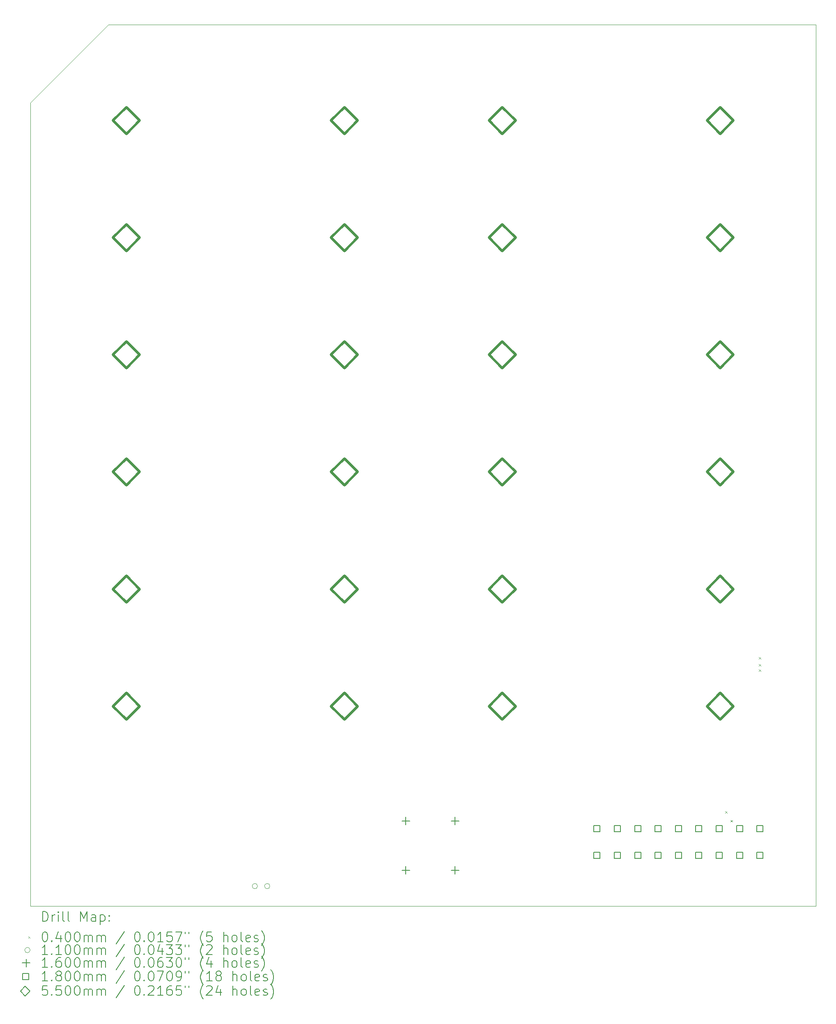
<source format=gbr>
%TF.GenerationSoftware,KiCad,Pcbnew,(6.0.8-1)-1*%
%TF.CreationDate,2022-12-30T12:12:35-08:00*%
%TF.ProjectId,URBAN_CELL_BOARD,55524241-4e5f-4434-954c-4c5f424f4152,rev?*%
%TF.SameCoordinates,Original*%
%TF.FileFunction,Drillmap*%
%TF.FilePolarity,Positive*%
%FSLAX45Y45*%
G04 Gerber Fmt 4.5, Leading zero omitted, Abs format (unit mm)*
G04 Created by KiCad (PCBNEW (6.0.8-1)-1) date 2022-12-30 12:12:35*
%MOMM*%
%LPD*%
G01*
G04 APERTURE LIST*
%ADD10C,0.100000*%
%ADD11C,0.200000*%
%ADD12C,0.040000*%
%ADD13C,0.110000*%
%ADD14C,0.160000*%
%ADD15C,0.180000*%
%ADD16C,0.550000*%
G04 APERTURE END LIST*
D10*
X8387900Y-28158400D02*
X8387900Y-11612100D01*
X10000000Y-10000000D02*
X24587900Y-10000000D01*
X8387900Y-11612100D02*
X10000000Y-10000000D01*
X24587900Y-28158400D02*
X8387900Y-28158400D01*
X24587900Y-10000000D02*
X24587900Y-28158400D01*
D11*
D12*
X22713000Y-26205500D02*
X22753000Y-26245500D01*
X22753000Y-26205500D02*
X22713000Y-26245500D01*
X22828058Y-26388235D02*
X22868058Y-26428235D01*
X22868058Y-26388235D02*
X22828058Y-26428235D01*
X23409550Y-23030500D02*
X23449550Y-23070500D01*
X23449550Y-23030500D02*
X23409550Y-23070500D01*
X23409550Y-23173584D02*
X23449550Y-23213584D01*
X23449550Y-23173584D02*
X23409550Y-23213584D01*
X23409550Y-23284500D02*
X23449550Y-23324500D01*
X23449550Y-23284500D02*
X23409550Y-23324500D01*
D13*
X13072500Y-27749500D02*
G75*
G03*
X13072500Y-27749500I-55000J0D01*
G01*
X13326500Y-27749500D02*
G75*
G03*
X13326500Y-27749500I-55000J0D01*
G01*
D14*
X16129000Y-26325750D02*
X16129000Y-26485750D01*
X16049000Y-26405750D02*
X16209000Y-26405750D01*
X16129000Y-27341750D02*
X16129000Y-27501750D01*
X16049000Y-27421750D02*
X16209000Y-27421750D01*
X17145000Y-26325750D02*
X17145000Y-26485750D01*
X17065000Y-26405750D02*
X17225000Y-26405750D01*
X17145000Y-27341750D02*
X17145000Y-27501750D01*
X17065000Y-27421750D02*
X17225000Y-27421750D01*
D15*
X20135140Y-26628140D02*
X20135140Y-26500860D01*
X20007860Y-26500860D01*
X20007860Y-26628140D01*
X20135140Y-26628140D01*
X20135140Y-27178140D02*
X20135140Y-27050860D01*
X20007860Y-27050860D01*
X20007860Y-27178140D01*
X20135140Y-27178140D01*
X20555140Y-26628140D02*
X20555140Y-26500860D01*
X20427860Y-26500860D01*
X20427860Y-26628140D01*
X20555140Y-26628140D01*
X20555140Y-27178140D02*
X20555140Y-27050860D01*
X20427860Y-27050860D01*
X20427860Y-27178140D01*
X20555140Y-27178140D01*
X20975140Y-26628140D02*
X20975140Y-26500860D01*
X20847860Y-26500860D01*
X20847860Y-26628140D01*
X20975140Y-26628140D01*
X20975140Y-27178140D02*
X20975140Y-27050860D01*
X20847860Y-27050860D01*
X20847860Y-27178140D01*
X20975140Y-27178140D01*
X21395140Y-26628140D02*
X21395140Y-26500860D01*
X21267860Y-26500860D01*
X21267860Y-26628140D01*
X21395140Y-26628140D01*
X21395140Y-27178140D02*
X21395140Y-27050860D01*
X21267860Y-27050860D01*
X21267860Y-27178140D01*
X21395140Y-27178140D01*
X21815140Y-26628140D02*
X21815140Y-26500860D01*
X21687860Y-26500860D01*
X21687860Y-26628140D01*
X21815140Y-26628140D01*
X21815140Y-27178140D02*
X21815140Y-27050860D01*
X21687860Y-27050860D01*
X21687860Y-27178140D01*
X21815140Y-27178140D01*
X22235140Y-26628140D02*
X22235140Y-26500860D01*
X22107860Y-26500860D01*
X22107860Y-26628140D01*
X22235140Y-26628140D01*
X22235140Y-27178140D02*
X22235140Y-27050860D01*
X22107860Y-27050860D01*
X22107860Y-27178140D01*
X22235140Y-27178140D01*
X22655140Y-26628140D02*
X22655140Y-26500860D01*
X22527860Y-26500860D01*
X22527860Y-26628140D01*
X22655140Y-26628140D01*
X22655140Y-27178140D02*
X22655140Y-27050860D01*
X22527860Y-27050860D01*
X22527860Y-27178140D01*
X22655140Y-27178140D01*
X23075140Y-26628140D02*
X23075140Y-26500860D01*
X22947860Y-26500860D01*
X22947860Y-26628140D01*
X23075140Y-26628140D01*
X23075140Y-27178140D02*
X23075140Y-27050860D01*
X22947860Y-27050860D01*
X22947860Y-27178140D01*
X23075140Y-27178140D01*
X23495140Y-26628140D02*
X23495140Y-26500860D01*
X23367860Y-26500860D01*
X23367860Y-26628140D01*
X23495140Y-26628140D01*
X23495140Y-27178140D02*
X23495140Y-27050860D01*
X23367860Y-27050860D01*
X23367860Y-27178140D01*
X23495140Y-27178140D01*
D16*
X10368900Y-12250000D02*
X10643900Y-11975000D01*
X10368900Y-11700000D01*
X10093900Y-11975000D01*
X10368900Y-12250000D01*
X10368900Y-14663400D02*
X10643900Y-14388400D01*
X10368900Y-14113400D01*
X10093900Y-14388400D01*
X10368900Y-14663400D01*
X10368900Y-17076800D02*
X10643900Y-16801800D01*
X10368900Y-16526800D01*
X10093900Y-16801800D01*
X10368900Y-17076800D01*
X10368900Y-19490300D02*
X10643900Y-19215300D01*
X10368900Y-18940300D01*
X10093900Y-19215300D01*
X10368900Y-19490300D01*
X10368900Y-21903700D02*
X10643900Y-21628700D01*
X10368900Y-21353700D01*
X10093900Y-21628700D01*
X10368900Y-21903700D01*
X10368900Y-24317100D02*
X10643900Y-24042100D01*
X10368900Y-23767100D01*
X10093900Y-24042100D01*
X10368900Y-24317100D01*
X14862900Y-12250000D02*
X15137900Y-11975000D01*
X14862900Y-11700000D01*
X14587900Y-11975000D01*
X14862900Y-12250000D01*
X14862900Y-14663400D02*
X15137900Y-14388400D01*
X14862900Y-14113400D01*
X14587900Y-14388400D01*
X14862900Y-14663400D01*
X14862900Y-17076800D02*
X15137900Y-16801800D01*
X14862900Y-16526800D01*
X14587900Y-16801800D01*
X14862900Y-17076800D01*
X14862900Y-19490300D02*
X15137900Y-19215300D01*
X14862900Y-18940300D01*
X14587900Y-19215300D01*
X14862900Y-19490300D01*
X14862900Y-21903700D02*
X15137900Y-21628700D01*
X14862900Y-21353700D01*
X14587900Y-21628700D01*
X14862900Y-21903700D01*
X14862900Y-24317100D02*
X15137900Y-24042100D01*
X14862900Y-23767100D01*
X14587900Y-24042100D01*
X14862900Y-24317100D01*
X18118900Y-12250000D02*
X18393900Y-11975000D01*
X18118900Y-11700000D01*
X17843900Y-11975000D01*
X18118900Y-12250000D01*
X18118900Y-14663400D02*
X18393900Y-14388400D01*
X18118900Y-14113400D01*
X17843900Y-14388400D01*
X18118900Y-14663400D01*
X18118900Y-17076800D02*
X18393900Y-16801800D01*
X18118900Y-16526800D01*
X17843900Y-16801800D01*
X18118900Y-17076800D01*
X18118900Y-19490300D02*
X18393900Y-19215300D01*
X18118900Y-18940300D01*
X17843900Y-19215300D01*
X18118900Y-19490300D01*
X18118900Y-21903700D02*
X18393900Y-21628700D01*
X18118900Y-21353700D01*
X17843900Y-21628700D01*
X18118900Y-21903700D01*
X18118900Y-24317100D02*
X18393900Y-24042100D01*
X18118900Y-23767100D01*
X17843900Y-24042100D01*
X18118900Y-24317100D01*
X22612900Y-12250000D02*
X22887900Y-11975000D01*
X22612900Y-11700000D01*
X22337900Y-11975000D01*
X22612900Y-12250000D01*
X22612900Y-14663400D02*
X22887900Y-14388400D01*
X22612900Y-14113400D01*
X22337900Y-14388400D01*
X22612900Y-14663400D01*
X22612900Y-17076800D02*
X22887900Y-16801800D01*
X22612900Y-16526800D01*
X22337900Y-16801800D01*
X22612900Y-17076800D01*
X22612900Y-19490300D02*
X22887900Y-19215300D01*
X22612900Y-18940300D01*
X22337900Y-19215300D01*
X22612900Y-19490300D01*
X22612900Y-21903700D02*
X22887900Y-21628700D01*
X22612900Y-21353700D01*
X22337900Y-21628700D01*
X22612900Y-21903700D01*
X22612900Y-24317100D02*
X22887900Y-24042100D01*
X22612900Y-23767100D01*
X22337900Y-24042100D01*
X22612900Y-24317100D01*
D11*
X8640519Y-28473876D02*
X8640519Y-28273876D01*
X8688138Y-28273876D01*
X8716710Y-28283400D01*
X8735757Y-28302448D01*
X8745281Y-28321495D01*
X8754805Y-28359590D01*
X8754805Y-28388162D01*
X8745281Y-28426257D01*
X8735757Y-28445305D01*
X8716710Y-28464352D01*
X8688138Y-28473876D01*
X8640519Y-28473876D01*
X8840519Y-28473876D02*
X8840519Y-28340543D01*
X8840519Y-28378638D02*
X8850043Y-28359590D01*
X8859567Y-28350067D01*
X8878614Y-28340543D01*
X8897662Y-28340543D01*
X8964329Y-28473876D02*
X8964329Y-28340543D01*
X8964329Y-28273876D02*
X8954805Y-28283400D01*
X8964329Y-28292924D01*
X8973852Y-28283400D01*
X8964329Y-28273876D01*
X8964329Y-28292924D01*
X9088138Y-28473876D02*
X9069090Y-28464352D01*
X9059567Y-28445305D01*
X9059567Y-28273876D01*
X9192900Y-28473876D02*
X9173852Y-28464352D01*
X9164329Y-28445305D01*
X9164329Y-28273876D01*
X9421471Y-28473876D02*
X9421471Y-28273876D01*
X9488138Y-28416733D01*
X9554805Y-28273876D01*
X9554805Y-28473876D01*
X9735757Y-28473876D02*
X9735757Y-28369114D01*
X9726233Y-28350067D01*
X9707186Y-28340543D01*
X9669090Y-28340543D01*
X9650043Y-28350067D01*
X9735757Y-28464352D02*
X9716710Y-28473876D01*
X9669090Y-28473876D01*
X9650043Y-28464352D01*
X9640519Y-28445305D01*
X9640519Y-28426257D01*
X9650043Y-28407209D01*
X9669090Y-28397686D01*
X9716710Y-28397686D01*
X9735757Y-28388162D01*
X9830995Y-28340543D02*
X9830995Y-28540543D01*
X9830995Y-28350067D02*
X9850043Y-28340543D01*
X9888138Y-28340543D01*
X9907186Y-28350067D01*
X9916710Y-28359590D01*
X9926233Y-28378638D01*
X9926233Y-28435781D01*
X9916710Y-28454828D01*
X9907186Y-28464352D01*
X9888138Y-28473876D01*
X9850043Y-28473876D01*
X9830995Y-28464352D01*
X10011948Y-28454828D02*
X10021471Y-28464352D01*
X10011948Y-28473876D01*
X10002424Y-28464352D01*
X10011948Y-28454828D01*
X10011948Y-28473876D01*
X10011948Y-28350067D02*
X10021471Y-28359590D01*
X10011948Y-28369114D01*
X10002424Y-28359590D01*
X10011948Y-28350067D01*
X10011948Y-28369114D01*
D12*
X8342900Y-28783400D02*
X8382900Y-28823400D01*
X8382900Y-28783400D02*
X8342900Y-28823400D01*
D11*
X8678614Y-28693876D02*
X8697662Y-28693876D01*
X8716710Y-28703400D01*
X8726233Y-28712924D01*
X8735757Y-28731971D01*
X8745281Y-28770067D01*
X8745281Y-28817686D01*
X8735757Y-28855781D01*
X8726233Y-28874828D01*
X8716710Y-28884352D01*
X8697662Y-28893876D01*
X8678614Y-28893876D01*
X8659567Y-28884352D01*
X8650043Y-28874828D01*
X8640519Y-28855781D01*
X8630995Y-28817686D01*
X8630995Y-28770067D01*
X8640519Y-28731971D01*
X8650043Y-28712924D01*
X8659567Y-28703400D01*
X8678614Y-28693876D01*
X8830995Y-28874828D02*
X8840519Y-28884352D01*
X8830995Y-28893876D01*
X8821471Y-28884352D01*
X8830995Y-28874828D01*
X8830995Y-28893876D01*
X9011948Y-28760543D02*
X9011948Y-28893876D01*
X8964329Y-28684352D02*
X8916710Y-28827209D01*
X9040519Y-28827209D01*
X9154805Y-28693876D02*
X9173852Y-28693876D01*
X9192900Y-28703400D01*
X9202424Y-28712924D01*
X9211948Y-28731971D01*
X9221471Y-28770067D01*
X9221471Y-28817686D01*
X9211948Y-28855781D01*
X9202424Y-28874828D01*
X9192900Y-28884352D01*
X9173852Y-28893876D01*
X9154805Y-28893876D01*
X9135757Y-28884352D01*
X9126233Y-28874828D01*
X9116710Y-28855781D01*
X9107186Y-28817686D01*
X9107186Y-28770067D01*
X9116710Y-28731971D01*
X9126233Y-28712924D01*
X9135757Y-28703400D01*
X9154805Y-28693876D01*
X9345281Y-28693876D02*
X9364329Y-28693876D01*
X9383376Y-28703400D01*
X9392900Y-28712924D01*
X9402424Y-28731971D01*
X9411948Y-28770067D01*
X9411948Y-28817686D01*
X9402424Y-28855781D01*
X9392900Y-28874828D01*
X9383376Y-28884352D01*
X9364329Y-28893876D01*
X9345281Y-28893876D01*
X9326233Y-28884352D01*
X9316710Y-28874828D01*
X9307186Y-28855781D01*
X9297662Y-28817686D01*
X9297662Y-28770067D01*
X9307186Y-28731971D01*
X9316710Y-28712924D01*
X9326233Y-28703400D01*
X9345281Y-28693876D01*
X9497662Y-28893876D02*
X9497662Y-28760543D01*
X9497662Y-28779590D02*
X9507186Y-28770067D01*
X9526233Y-28760543D01*
X9554805Y-28760543D01*
X9573852Y-28770067D01*
X9583376Y-28789114D01*
X9583376Y-28893876D01*
X9583376Y-28789114D02*
X9592900Y-28770067D01*
X9611948Y-28760543D01*
X9640519Y-28760543D01*
X9659567Y-28770067D01*
X9669090Y-28789114D01*
X9669090Y-28893876D01*
X9764329Y-28893876D02*
X9764329Y-28760543D01*
X9764329Y-28779590D02*
X9773852Y-28770067D01*
X9792900Y-28760543D01*
X9821471Y-28760543D01*
X9840519Y-28770067D01*
X9850043Y-28789114D01*
X9850043Y-28893876D01*
X9850043Y-28789114D02*
X9859567Y-28770067D01*
X9878614Y-28760543D01*
X9907186Y-28760543D01*
X9926233Y-28770067D01*
X9935757Y-28789114D01*
X9935757Y-28893876D01*
X10326233Y-28684352D02*
X10154805Y-28941495D01*
X10583376Y-28693876D02*
X10602424Y-28693876D01*
X10621471Y-28703400D01*
X10630995Y-28712924D01*
X10640519Y-28731971D01*
X10650043Y-28770067D01*
X10650043Y-28817686D01*
X10640519Y-28855781D01*
X10630995Y-28874828D01*
X10621471Y-28884352D01*
X10602424Y-28893876D01*
X10583376Y-28893876D01*
X10564329Y-28884352D01*
X10554805Y-28874828D01*
X10545281Y-28855781D01*
X10535757Y-28817686D01*
X10535757Y-28770067D01*
X10545281Y-28731971D01*
X10554805Y-28712924D01*
X10564329Y-28703400D01*
X10583376Y-28693876D01*
X10735757Y-28874828D02*
X10745281Y-28884352D01*
X10735757Y-28893876D01*
X10726233Y-28884352D01*
X10735757Y-28874828D01*
X10735757Y-28893876D01*
X10869090Y-28693876D02*
X10888138Y-28693876D01*
X10907186Y-28703400D01*
X10916710Y-28712924D01*
X10926233Y-28731971D01*
X10935757Y-28770067D01*
X10935757Y-28817686D01*
X10926233Y-28855781D01*
X10916710Y-28874828D01*
X10907186Y-28884352D01*
X10888138Y-28893876D01*
X10869090Y-28893876D01*
X10850043Y-28884352D01*
X10840519Y-28874828D01*
X10830995Y-28855781D01*
X10821471Y-28817686D01*
X10821471Y-28770067D01*
X10830995Y-28731971D01*
X10840519Y-28712924D01*
X10850043Y-28703400D01*
X10869090Y-28693876D01*
X11126233Y-28893876D02*
X11011948Y-28893876D01*
X11069090Y-28893876D02*
X11069090Y-28693876D01*
X11050043Y-28722448D01*
X11030995Y-28741495D01*
X11011948Y-28751019D01*
X11307186Y-28693876D02*
X11211948Y-28693876D01*
X11202424Y-28789114D01*
X11211948Y-28779590D01*
X11230995Y-28770067D01*
X11278614Y-28770067D01*
X11297662Y-28779590D01*
X11307186Y-28789114D01*
X11316709Y-28808162D01*
X11316709Y-28855781D01*
X11307186Y-28874828D01*
X11297662Y-28884352D01*
X11278614Y-28893876D01*
X11230995Y-28893876D01*
X11211948Y-28884352D01*
X11202424Y-28874828D01*
X11383376Y-28693876D02*
X11516709Y-28693876D01*
X11430995Y-28893876D01*
X11583376Y-28693876D02*
X11583376Y-28731971D01*
X11659567Y-28693876D02*
X11659567Y-28731971D01*
X11954805Y-28970067D02*
X11945281Y-28960543D01*
X11926233Y-28931971D01*
X11916709Y-28912924D01*
X11907186Y-28884352D01*
X11897662Y-28836733D01*
X11897662Y-28798638D01*
X11907186Y-28751019D01*
X11916709Y-28722448D01*
X11926233Y-28703400D01*
X11945281Y-28674828D01*
X11954805Y-28665305D01*
X12126233Y-28693876D02*
X12030995Y-28693876D01*
X12021471Y-28789114D01*
X12030995Y-28779590D01*
X12050043Y-28770067D01*
X12097662Y-28770067D01*
X12116709Y-28779590D01*
X12126233Y-28789114D01*
X12135757Y-28808162D01*
X12135757Y-28855781D01*
X12126233Y-28874828D01*
X12116709Y-28884352D01*
X12097662Y-28893876D01*
X12050043Y-28893876D01*
X12030995Y-28884352D01*
X12021471Y-28874828D01*
X12373852Y-28893876D02*
X12373852Y-28693876D01*
X12459567Y-28893876D02*
X12459567Y-28789114D01*
X12450043Y-28770067D01*
X12430995Y-28760543D01*
X12402424Y-28760543D01*
X12383376Y-28770067D01*
X12373852Y-28779590D01*
X12583376Y-28893876D02*
X12564328Y-28884352D01*
X12554805Y-28874828D01*
X12545281Y-28855781D01*
X12545281Y-28798638D01*
X12554805Y-28779590D01*
X12564328Y-28770067D01*
X12583376Y-28760543D01*
X12611948Y-28760543D01*
X12630995Y-28770067D01*
X12640519Y-28779590D01*
X12650043Y-28798638D01*
X12650043Y-28855781D01*
X12640519Y-28874828D01*
X12630995Y-28884352D01*
X12611948Y-28893876D01*
X12583376Y-28893876D01*
X12764328Y-28893876D02*
X12745281Y-28884352D01*
X12735757Y-28865305D01*
X12735757Y-28693876D01*
X12916709Y-28884352D02*
X12897662Y-28893876D01*
X12859567Y-28893876D01*
X12840519Y-28884352D01*
X12830995Y-28865305D01*
X12830995Y-28789114D01*
X12840519Y-28770067D01*
X12859567Y-28760543D01*
X12897662Y-28760543D01*
X12916709Y-28770067D01*
X12926233Y-28789114D01*
X12926233Y-28808162D01*
X12830995Y-28827209D01*
X13002424Y-28884352D02*
X13021471Y-28893876D01*
X13059567Y-28893876D01*
X13078614Y-28884352D01*
X13088138Y-28865305D01*
X13088138Y-28855781D01*
X13078614Y-28836733D01*
X13059567Y-28827209D01*
X13030995Y-28827209D01*
X13011948Y-28817686D01*
X13002424Y-28798638D01*
X13002424Y-28789114D01*
X13011948Y-28770067D01*
X13030995Y-28760543D01*
X13059567Y-28760543D01*
X13078614Y-28770067D01*
X13154805Y-28970067D02*
X13164328Y-28960543D01*
X13183376Y-28931971D01*
X13192900Y-28912924D01*
X13202424Y-28884352D01*
X13211948Y-28836733D01*
X13211948Y-28798638D01*
X13202424Y-28751019D01*
X13192900Y-28722448D01*
X13183376Y-28703400D01*
X13164328Y-28674828D01*
X13154805Y-28665305D01*
D13*
X8382900Y-29067400D02*
G75*
G03*
X8382900Y-29067400I-55000J0D01*
G01*
D11*
X8745281Y-29157876D02*
X8630995Y-29157876D01*
X8688138Y-29157876D02*
X8688138Y-28957876D01*
X8669090Y-28986448D01*
X8650043Y-29005495D01*
X8630995Y-29015019D01*
X8830995Y-29138828D02*
X8840519Y-29148352D01*
X8830995Y-29157876D01*
X8821471Y-29148352D01*
X8830995Y-29138828D01*
X8830995Y-29157876D01*
X9030995Y-29157876D02*
X8916710Y-29157876D01*
X8973852Y-29157876D02*
X8973852Y-28957876D01*
X8954805Y-28986448D01*
X8935757Y-29005495D01*
X8916710Y-29015019D01*
X9154805Y-28957876D02*
X9173852Y-28957876D01*
X9192900Y-28967400D01*
X9202424Y-28976924D01*
X9211948Y-28995971D01*
X9221471Y-29034067D01*
X9221471Y-29081686D01*
X9211948Y-29119781D01*
X9202424Y-29138828D01*
X9192900Y-29148352D01*
X9173852Y-29157876D01*
X9154805Y-29157876D01*
X9135757Y-29148352D01*
X9126233Y-29138828D01*
X9116710Y-29119781D01*
X9107186Y-29081686D01*
X9107186Y-29034067D01*
X9116710Y-28995971D01*
X9126233Y-28976924D01*
X9135757Y-28967400D01*
X9154805Y-28957876D01*
X9345281Y-28957876D02*
X9364329Y-28957876D01*
X9383376Y-28967400D01*
X9392900Y-28976924D01*
X9402424Y-28995971D01*
X9411948Y-29034067D01*
X9411948Y-29081686D01*
X9402424Y-29119781D01*
X9392900Y-29138828D01*
X9383376Y-29148352D01*
X9364329Y-29157876D01*
X9345281Y-29157876D01*
X9326233Y-29148352D01*
X9316710Y-29138828D01*
X9307186Y-29119781D01*
X9297662Y-29081686D01*
X9297662Y-29034067D01*
X9307186Y-28995971D01*
X9316710Y-28976924D01*
X9326233Y-28967400D01*
X9345281Y-28957876D01*
X9497662Y-29157876D02*
X9497662Y-29024543D01*
X9497662Y-29043590D02*
X9507186Y-29034067D01*
X9526233Y-29024543D01*
X9554805Y-29024543D01*
X9573852Y-29034067D01*
X9583376Y-29053114D01*
X9583376Y-29157876D01*
X9583376Y-29053114D02*
X9592900Y-29034067D01*
X9611948Y-29024543D01*
X9640519Y-29024543D01*
X9659567Y-29034067D01*
X9669090Y-29053114D01*
X9669090Y-29157876D01*
X9764329Y-29157876D02*
X9764329Y-29024543D01*
X9764329Y-29043590D02*
X9773852Y-29034067D01*
X9792900Y-29024543D01*
X9821471Y-29024543D01*
X9840519Y-29034067D01*
X9850043Y-29053114D01*
X9850043Y-29157876D01*
X9850043Y-29053114D02*
X9859567Y-29034067D01*
X9878614Y-29024543D01*
X9907186Y-29024543D01*
X9926233Y-29034067D01*
X9935757Y-29053114D01*
X9935757Y-29157876D01*
X10326233Y-28948352D02*
X10154805Y-29205495D01*
X10583376Y-28957876D02*
X10602424Y-28957876D01*
X10621471Y-28967400D01*
X10630995Y-28976924D01*
X10640519Y-28995971D01*
X10650043Y-29034067D01*
X10650043Y-29081686D01*
X10640519Y-29119781D01*
X10630995Y-29138828D01*
X10621471Y-29148352D01*
X10602424Y-29157876D01*
X10583376Y-29157876D01*
X10564329Y-29148352D01*
X10554805Y-29138828D01*
X10545281Y-29119781D01*
X10535757Y-29081686D01*
X10535757Y-29034067D01*
X10545281Y-28995971D01*
X10554805Y-28976924D01*
X10564329Y-28967400D01*
X10583376Y-28957876D01*
X10735757Y-29138828D02*
X10745281Y-29148352D01*
X10735757Y-29157876D01*
X10726233Y-29148352D01*
X10735757Y-29138828D01*
X10735757Y-29157876D01*
X10869090Y-28957876D02*
X10888138Y-28957876D01*
X10907186Y-28967400D01*
X10916710Y-28976924D01*
X10926233Y-28995971D01*
X10935757Y-29034067D01*
X10935757Y-29081686D01*
X10926233Y-29119781D01*
X10916710Y-29138828D01*
X10907186Y-29148352D01*
X10888138Y-29157876D01*
X10869090Y-29157876D01*
X10850043Y-29148352D01*
X10840519Y-29138828D01*
X10830995Y-29119781D01*
X10821471Y-29081686D01*
X10821471Y-29034067D01*
X10830995Y-28995971D01*
X10840519Y-28976924D01*
X10850043Y-28967400D01*
X10869090Y-28957876D01*
X11107186Y-29024543D02*
X11107186Y-29157876D01*
X11059567Y-28948352D02*
X11011948Y-29091209D01*
X11135757Y-29091209D01*
X11192900Y-28957876D02*
X11316709Y-28957876D01*
X11250043Y-29034067D01*
X11278614Y-29034067D01*
X11297662Y-29043590D01*
X11307186Y-29053114D01*
X11316709Y-29072162D01*
X11316709Y-29119781D01*
X11307186Y-29138828D01*
X11297662Y-29148352D01*
X11278614Y-29157876D01*
X11221471Y-29157876D01*
X11202424Y-29148352D01*
X11192900Y-29138828D01*
X11383376Y-28957876D02*
X11507186Y-28957876D01*
X11440519Y-29034067D01*
X11469090Y-29034067D01*
X11488138Y-29043590D01*
X11497662Y-29053114D01*
X11507186Y-29072162D01*
X11507186Y-29119781D01*
X11497662Y-29138828D01*
X11488138Y-29148352D01*
X11469090Y-29157876D01*
X11411948Y-29157876D01*
X11392900Y-29148352D01*
X11383376Y-29138828D01*
X11583376Y-28957876D02*
X11583376Y-28995971D01*
X11659567Y-28957876D02*
X11659567Y-28995971D01*
X11954805Y-29234067D02*
X11945281Y-29224543D01*
X11926233Y-29195971D01*
X11916709Y-29176924D01*
X11907186Y-29148352D01*
X11897662Y-29100733D01*
X11897662Y-29062638D01*
X11907186Y-29015019D01*
X11916709Y-28986448D01*
X11926233Y-28967400D01*
X11945281Y-28938828D01*
X11954805Y-28929305D01*
X12021471Y-28976924D02*
X12030995Y-28967400D01*
X12050043Y-28957876D01*
X12097662Y-28957876D01*
X12116709Y-28967400D01*
X12126233Y-28976924D01*
X12135757Y-28995971D01*
X12135757Y-29015019D01*
X12126233Y-29043590D01*
X12011948Y-29157876D01*
X12135757Y-29157876D01*
X12373852Y-29157876D02*
X12373852Y-28957876D01*
X12459567Y-29157876D02*
X12459567Y-29053114D01*
X12450043Y-29034067D01*
X12430995Y-29024543D01*
X12402424Y-29024543D01*
X12383376Y-29034067D01*
X12373852Y-29043590D01*
X12583376Y-29157876D02*
X12564328Y-29148352D01*
X12554805Y-29138828D01*
X12545281Y-29119781D01*
X12545281Y-29062638D01*
X12554805Y-29043590D01*
X12564328Y-29034067D01*
X12583376Y-29024543D01*
X12611948Y-29024543D01*
X12630995Y-29034067D01*
X12640519Y-29043590D01*
X12650043Y-29062638D01*
X12650043Y-29119781D01*
X12640519Y-29138828D01*
X12630995Y-29148352D01*
X12611948Y-29157876D01*
X12583376Y-29157876D01*
X12764328Y-29157876D02*
X12745281Y-29148352D01*
X12735757Y-29129305D01*
X12735757Y-28957876D01*
X12916709Y-29148352D02*
X12897662Y-29157876D01*
X12859567Y-29157876D01*
X12840519Y-29148352D01*
X12830995Y-29129305D01*
X12830995Y-29053114D01*
X12840519Y-29034067D01*
X12859567Y-29024543D01*
X12897662Y-29024543D01*
X12916709Y-29034067D01*
X12926233Y-29053114D01*
X12926233Y-29072162D01*
X12830995Y-29091209D01*
X13002424Y-29148352D02*
X13021471Y-29157876D01*
X13059567Y-29157876D01*
X13078614Y-29148352D01*
X13088138Y-29129305D01*
X13088138Y-29119781D01*
X13078614Y-29100733D01*
X13059567Y-29091209D01*
X13030995Y-29091209D01*
X13011948Y-29081686D01*
X13002424Y-29062638D01*
X13002424Y-29053114D01*
X13011948Y-29034067D01*
X13030995Y-29024543D01*
X13059567Y-29024543D01*
X13078614Y-29034067D01*
X13154805Y-29234067D02*
X13164328Y-29224543D01*
X13183376Y-29195971D01*
X13192900Y-29176924D01*
X13202424Y-29148352D01*
X13211948Y-29100733D01*
X13211948Y-29062638D01*
X13202424Y-29015019D01*
X13192900Y-28986448D01*
X13183376Y-28967400D01*
X13164328Y-28938828D01*
X13154805Y-28929305D01*
D14*
X8302900Y-29251400D02*
X8302900Y-29411400D01*
X8222900Y-29331400D02*
X8382900Y-29331400D01*
D11*
X8745281Y-29421876D02*
X8630995Y-29421876D01*
X8688138Y-29421876D02*
X8688138Y-29221876D01*
X8669090Y-29250448D01*
X8650043Y-29269495D01*
X8630995Y-29279019D01*
X8830995Y-29402828D02*
X8840519Y-29412352D01*
X8830995Y-29421876D01*
X8821471Y-29412352D01*
X8830995Y-29402828D01*
X8830995Y-29421876D01*
X9011948Y-29221876D02*
X8973852Y-29221876D01*
X8954805Y-29231400D01*
X8945281Y-29240924D01*
X8926233Y-29269495D01*
X8916710Y-29307590D01*
X8916710Y-29383781D01*
X8926233Y-29402828D01*
X8935757Y-29412352D01*
X8954805Y-29421876D01*
X8992900Y-29421876D01*
X9011948Y-29412352D01*
X9021471Y-29402828D01*
X9030995Y-29383781D01*
X9030995Y-29336162D01*
X9021471Y-29317114D01*
X9011948Y-29307590D01*
X8992900Y-29298067D01*
X8954805Y-29298067D01*
X8935757Y-29307590D01*
X8926233Y-29317114D01*
X8916710Y-29336162D01*
X9154805Y-29221876D02*
X9173852Y-29221876D01*
X9192900Y-29231400D01*
X9202424Y-29240924D01*
X9211948Y-29259971D01*
X9221471Y-29298067D01*
X9221471Y-29345686D01*
X9211948Y-29383781D01*
X9202424Y-29402828D01*
X9192900Y-29412352D01*
X9173852Y-29421876D01*
X9154805Y-29421876D01*
X9135757Y-29412352D01*
X9126233Y-29402828D01*
X9116710Y-29383781D01*
X9107186Y-29345686D01*
X9107186Y-29298067D01*
X9116710Y-29259971D01*
X9126233Y-29240924D01*
X9135757Y-29231400D01*
X9154805Y-29221876D01*
X9345281Y-29221876D02*
X9364329Y-29221876D01*
X9383376Y-29231400D01*
X9392900Y-29240924D01*
X9402424Y-29259971D01*
X9411948Y-29298067D01*
X9411948Y-29345686D01*
X9402424Y-29383781D01*
X9392900Y-29402828D01*
X9383376Y-29412352D01*
X9364329Y-29421876D01*
X9345281Y-29421876D01*
X9326233Y-29412352D01*
X9316710Y-29402828D01*
X9307186Y-29383781D01*
X9297662Y-29345686D01*
X9297662Y-29298067D01*
X9307186Y-29259971D01*
X9316710Y-29240924D01*
X9326233Y-29231400D01*
X9345281Y-29221876D01*
X9497662Y-29421876D02*
X9497662Y-29288543D01*
X9497662Y-29307590D02*
X9507186Y-29298067D01*
X9526233Y-29288543D01*
X9554805Y-29288543D01*
X9573852Y-29298067D01*
X9583376Y-29317114D01*
X9583376Y-29421876D01*
X9583376Y-29317114D02*
X9592900Y-29298067D01*
X9611948Y-29288543D01*
X9640519Y-29288543D01*
X9659567Y-29298067D01*
X9669090Y-29317114D01*
X9669090Y-29421876D01*
X9764329Y-29421876D02*
X9764329Y-29288543D01*
X9764329Y-29307590D02*
X9773852Y-29298067D01*
X9792900Y-29288543D01*
X9821471Y-29288543D01*
X9840519Y-29298067D01*
X9850043Y-29317114D01*
X9850043Y-29421876D01*
X9850043Y-29317114D02*
X9859567Y-29298067D01*
X9878614Y-29288543D01*
X9907186Y-29288543D01*
X9926233Y-29298067D01*
X9935757Y-29317114D01*
X9935757Y-29421876D01*
X10326233Y-29212352D02*
X10154805Y-29469495D01*
X10583376Y-29221876D02*
X10602424Y-29221876D01*
X10621471Y-29231400D01*
X10630995Y-29240924D01*
X10640519Y-29259971D01*
X10650043Y-29298067D01*
X10650043Y-29345686D01*
X10640519Y-29383781D01*
X10630995Y-29402828D01*
X10621471Y-29412352D01*
X10602424Y-29421876D01*
X10583376Y-29421876D01*
X10564329Y-29412352D01*
X10554805Y-29402828D01*
X10545281Y-29383781D01*
X10535757Y-29345686D01*
X10535757Y-29298067D01*
X10545281Y-29259971D01*
X10554805Y-29240924D01*
X10564329Y-29231400D01*
X10583376Y-29221876D01*
X10735757Y-29402828D02*
X10745281Y-29412352D01*
X10735757Y-29421876D01*
X10726233Y-29412352D01*
X10735757Y-29402828D01*
X10735757Y-29421876D01*
X10869090Y-29221876D02*
X10888138Y-29221876D01*
X10907186Y-29231400D01*
X10916710Y-29240924D01*
X10926233Y-29259971D01*
X10935757Y-29298067D01*
X10935757Y-29345686D01*
X10926233Y-29383781D01*
X10916710Y-29402828D01*
X10907186Y-29412352D01*
X10888138Y-29421876D01*
X10869090Y-29421876D01*
X10850043Y-29412352D01*
X10840519Y-29402828D01*
X10830995Y-29383781D01*
X10821471Y-29345686D01*
X10821471Y-29298067D01*
X10830995Y-29259971D01*
X10840519Y-29240924D01*
X10850043Y-29231400D01*
X10869090Y-29221876D01*
X11107186Y-29221876D02*
X11069090Y-29221876D01*
X11050043Y-29231400D01*
X11040519Y-29240924D01*
X11021471Y-29269495D01*
X11011948Y-29307590D01*
X11011948Y-29383781D01*
X11021471Y-29402828D01*
X11030995Y-29412352D01*
X11050043Y-29421876D01*
X11088138Y-29421876D01*
X11107186Y-29412352D01*
X11116710Y-29402828D01*
X11126233Y-29383781D01*
X11126233Y-29336162D01*
X11116710Y-29317114D01*
X11107186Y-29307590D01*
X11088138Y-29298067D01*
X11050043Y-29298067D01*
X11030995Y-29307590D01*
X11021471Y-29317114D01*
X11011948Y-29336162D01*
X11192900Y-29221876D02*
X11316709Y-29221876D01*
X11250043Y-29298067D01*
X11278614Y-29298067D01*
X11297662Y-29307590D01*
X11307186Y-29317114D01*
X11316709Y-29336162D01*
X11316709Y-29383781D01*
X11307186Y-29402828D01*
X11297662Y-29412352D01*
X11278614Y-29421876D01*
X11221471Y-29421876D01*
X11202424Y-29412352D01*
X11192900Y-29402828D01*
X11440519Y-29221876D02*
X11459567Y-29221876D01*
X11478614Y-29231400D01*
X11488138Y-29240924D01*
X11497662Y-29259971D01*
X11507186Y-29298067D01*
X11507186Y-29345686D01*
X11497662Y-29383781D01*
X11488138Y-29402828D01*
X11478614Y-29412352D01*
X11459567Y-29421876D01*
X11440519Y-29421876D01*
X11421471Y-29412352D01*
X11411948Y-29402828D01*
X11402424Y-29383781D01*
X11392900Y-29345686D01*
X11392900Y-29298067D01*
X11402424Y-29259971D01*
X11411948Y-29240924D01*
X11421471Y-29231400D01*
X11440519Y-29221876D01*
X11583376Y-29221876D02*
X11583376Y-29259971D01*
X11659567Y-29221876D02*
X11659567Y-29259971D01*
X11954805Y-29498067D02*
X11945281Y-29488543D01*
X11926233Y-29459971D01*
X11916709Y-29440924D01*
X11907186Y-29412352D01*
X11897662Y-29364733D01*
X11897662Y-29326638D01*
X11907186Y-29279019D01*
X11916709Y-29250448D01*
X11926233Y-29231400D01*
X11945281Y-29202828D01*
X11954805Y-29193305D01*
X12116709Y-29288543D02*
X12116709Y-29421876D01*
X12069090Y-29212352D02*
X12021471Y-29355209D01*
X12145281Y-29355209D01*
X12373852Y-29421876D02*
X12373852Y-29221876D01*
X12459567Y-29421876D02*
X12459567Y-29317114D01*
X12450043Y-29298067D01*
X12430995Y-29288543D01*
X12402424Y-29288543D01*
X12383376Y-29298067D01*
X12373852Y-29307590D01*
X12583376Y-29421876D02*
X12564328Y-29412352D01*
X12554805Y-29402828D01*
X12545281Y-29383781D01*
X12545281Y-29326638D01*
X12554805Y-29307590D01*
X12564328Y-29298067D01*
X12583376Y-29288543D01*
X12611948Y-29288543D01*
X12630995Y-29298067D01*
X12640519Y-29307590D01*
X12650043Y-29326638D01*
X12650043Y-29383781D01*
X12640519Y-29402828D01*
X12630995Y-29412352D01*
X12611948Y-29421876D01*
X12583376Y-29421876D01*
X12764328Y-29421876D02*
X12745281Y-29412352D01*
X12735757Y-29393305D01*
X12735757Y-29221876D01*
X12916709Y-29412352D02*
X12897662Y-29421876D01*
X12859567Y-29421876D01*
X12840519Y-29412352D01*
X12830995Y-29393305D01*
X12830995Y-29317114D01*
X12840519Y-29298067D01*
X12859567Y-29288543D01*
X12897662Y-29288543D01*
X12916709Y-29298067D01*
X12926233Y-29317114D01*
X12926233Y-29336162D01*
X12830995Y-29355209D01*
X13002424Y-29412352D02*
X13021471Y-29421876D01*
X13059567Y-29421876D01*
X13078614Y-29412352D01*
X13088138Y-29393305D01*
X13088138Y-29383781D01*
X13078614Y-29364733D01*
X13059567Y-29355209D01*
X13030995Y-29355209D01*
X13011948Y-29345686D01*
X13002424Y-29326638D01*
X13002424Y-29317114D01*
X13011948Y-29298067D01*
X13030995Y-29288543D01*
X13059567Y-29288543D01*
X13078614Y-29298067D01*
X13154805Y-29498067D02*
X13164328Y-29488543D01*
X13183376Y-29459971D01*
X13192900Y-29440924D01*
X13202424Y-29412352D01*
X13211948Y-29364733D01*
X13211948Y-29326638D01*
X13202424Y-29279019D01*
X13192900Y-29250448D01*
X13183376Y-29231400D01*
X13164328Y-29202828D01*
X13154805Y-29193305D01*
D15*
X8356540Y-29675040D02*
X8356540Y-29547760D01*
X8229260Y-29547760D01*
X8229260Y-29675040D01*
X8356540Y-29675040D01*
D11*
X8745281Y-29701876D02*
X8630995Y-29701876D01*
X8688138Y-29701876D02*
X8688138Y-29501876D01*
X8669090Y-29530448D01*
X8650043Y-29549495D01*
X8630995Y-29559019D01*
X8830995Y-29682828D02*
X8840519Y-29692352D01*
X8830995Y-29701876D01*
X8821471Y-29692352D01*
X8830995Y-29682828D01*
X8830995Y-29701876D01*
X8954805Y-29587590D02*
X8935757Y-29578067D01*
X8926233Y-29568543D01*
X8916710Y-29549495D01*
X8916710Y-29539971D01*
X8926233Y-29520924D01*
X8935757Y-29511400D01*
X8954805Y-29501876D01*
X8992900Y-29501876D01*
X9011948Y-29511400D01*
X9021471Y-29520924D01*
X9030995Y-29539971D01*
X9030995Y-29549495D01*
X9021471Y-29568543D01*
X9011948Y-29578067D01*
X8992900Y-29587590D01*
X8954805Y-29587590D01*
X8935757Y-29597114D01*
X8926233Y-29606638D01*
X8916710Y-29625686D01*
X8916710Y-29663781D01*
X8926233Y-29682828D01*
X8935757Y-29692352D01*
X8954805Y-29701876D01*
X8992900Y-29701876D01*
X9011948Y-29692352D01*
X9021471Y-29682828D01*
X9030995Y-29663781D01*
X9030995Y-29625686D01*
X9021471Y-29606638D01*
X9011948Y-29597114D01*
X8992900Y-29587590D01*
X9154805Y-29501876D02*
X9173852Y-29501876D01*
X9192900Y-29511400D01*
X9202424Y-29520924D01*
X9211948Y-29539971D01*
X9221471Y-29578067D01*
X9221471Y-29625686D01*
X9211948Y-29663781D01*
X9202424Y-29682828D01*
X9192900Y-29692352D01*
X9173852Y-29701876D01*
X9154805Y-29701876D01*
X9135757Y-29692352D01*
X9126233Y-29682828D01*
X9116710Y-29663781D01*
X9107186Y-29625686D01*
X9107186Y-29578067D01*
X9116710Y-29539971D01*
X9126233Y-29520924D01*
X9135757Y-29511400D01*
X9154805Y-29501876D01*
X9345281Y-29501876D02*
X9364329Y-29501876D01*
X9383376Y-29511400D01*
X9392900Y-29520924D01*
X9402424Y-29539971D01*
X9411948Y-29578067D01*
X9411948Y-29625686D01*
X9402424Y-29663781D01*
X9392900Y-29682828D01*
X9383376Y-29692352D01*
X9364329Y-29701876D01*
X9345281Y-29701876D01*
X9326233Y-29692352D01*
X9316710Y-29682828D01*
X9307186Y-29663781D01*
X9297662Y-29625686D01*
X9297662Y-29578067D01*
X9307186Y-29539971D01*
X9316710Y-29520924D01*
X9326233Y-29511400D01*
X9345281Y-29501876D01*
X9497662Y-29701876D02*
X9497662Y-29568543D01*
X9497662Y-29587590D02*
X9507186Y-29578067D01*
X9526233Y-29568543D01*
X9554805Y-29568543D01*
X9573852Y-29578067D01*
X9583376Y-29597114D01*
X9583376Y-29701876D01*
X9583376Y-29597114D02*
X9592900Y-29578067D01*
X9611948Y-29568543D01*
X9640519Y-29568543D01*
X9659567Y-29578067D01*
X9669090Y-29597114D01*
X9669090Y-29701876D01*
X9764329Y-29701876D02*
X9764329Y-29568543D01*
X9764329Y-29587590D02*
X9773852Y-29578067D01*
X9792900Y-29568543D01*
X9821471Y-29568543D01*
X9840519Y-29578067D01*
X9850043Y-29597114D01*
X9850043Y-29701876D01*
X9850043Y-29597114D02*
X9859567Y-29578067D01*
X9878614Y-29568543D01*
X9907186Y-29568543D01*
X9926233Y-29578067D01*
X9935757Y-29597114D01*
X9935757Y-29701876D01*
X10326233Y-29492352D02*
X10154805Y-29749495D01*
X10583376Y-29501876D02*
X10602424Y-29501876D01*
X10621471Y-29511400D01*
X10630995Y-29520924D01*
X10640519Y-29539971D01*
X10650043Y-29578067D01*
X10650043Y-29625686D01*
X10640519Y-29663781D01*
X10630995Y-29682828D01*
X10621471Y-29692352D01*
X10602424Y-29701876D01*
X10583376Y-29701876D01*
X10564329Y-29692352D01*
X10554805Y-29682828D01*
X10545281Y-29663781D01*
X10535757Y-29625686D01*
X10535757Y-29578067D01*
X10545281Y-29539971D01*
X10554805Y-29520924D01*
X10564329Y-29511400D01*
X10583376Y-29501876D01*
X10735757Y-29682828D02*
X10745281Y-29692352D01*
X10735757Y-29701876D01*
X10726233Y-29692352D01*
X10735757Y-29682828D01*
X10735757Y-29701876D01*
X10869090Y-29501876D02*
X10888138Y-29501876D01*
X10907186Y-29511400D01*
X10916710Y-29520924D01*
X10926233Y-29539971D01*
X10935757Y-29578067D01*
X10935757Y-29625686D01*
X10926233Y-29663781D01*
X10916710Y-29682828D01*
X10907186Y-29692352D01*
X10888138Y-29701876D01*
X10869090Y-29701876D01*
X10850043Y-29692352D01*
X10840519Y-29682828D01*
X10830995Y-29663781D01*
X10821471Y-29625686D01*
X10821471Y-29578067D01*
X10830995Y-29539971D01*
X10840519Y-29520924D01*
X10850043Y-29511400D01*
X10869090Y-29501876D01*
X11002424Y-29501876D02*
X11135757Y-29501876D01*
X11050043Y-29701876D01*
X11250043Y-29501876D02*
X11269090Y-29501876D01*
X11288138Y-29511400D01*
X11297662Y-29520924D01*
X11307186Y-29539971D01*
X11316709Y-29578067D01*
X11316709Y-29625686D01*
X11307186Y-29663781D01*
X11297662Y-29682828D01*
X11288138Y-29692352D01*
X11269090Y-29701876D01*
X11250043Y-29701876D01*
X11230995Y-29692352D01*
X11221471Y-29682828D01*
X11211948Y-29663781D01*
X11202424Y-29625686D01*
X11202424Y-29578067D01*
X11211948Y-29539971D01*
X11221471Y-29520924D01*
X11230995Y-29511400D01*
X11250043Y-29501876D01*
X11411948Y-29701876D02*
X11450043Y-29701876D01*
X11469090Y-29692352D01*
X11478614Y-29682828D01*
X11497662Y-29654257D01*
X11507186Y-29616162D01*
X11507186Y-29539971D01*
X11497662Y-29520924D01*
X11488138Y-29511400D01*
X11469090Y-29501876D01*
X11430995Y-29501876D01*
X11411948Y-29511400D01*
X11402424Y-29520924D01*
X11392900Y-29539971D01*
X11392900Y-29587590D01*
X11402424Y-29606638D01*
X11411948Y-29616162D01*
X11430995Y-29625686D01*
X11469090Y-29625686D01*
X11488138Y-29616162D01*
X11497662Y-29606638D01*
X11507186Y-29587590D01*
X11583376Y-29501876D02*
X11583376Y-29539971D01*
X11659567Y-29501876D02*
X11659567Y-29539971D01*
X11954805Y-29778067D02*
X11945281Y-29768543D01*
X11926233Y-29739971D01*
X11916709Y-29720924D01*
X11907186Y-29692352D01*
X11897662Y-29644733D01*
X11897662Y-29606638D01*
X11907186Y-29559019D01*
X11916709Y-29530448D01*
X11926233Y-29511400D01*
X11945281Y-29482828D01*
X11954805Y-29473305D01*
X12135757Y-29701876D02*
X12021471Y-29701876D01*
X12078614Y-29701876D02*
X12078614Y-29501876D01*
X12059567Y-29530448D01*
X12040519Y-29549495D01*
X12021471Y-29559019D01*
X12250043Y-29587590D02*
X12230995Y-29578067D01*
X12221471Y-29568543D01*
X12211948Y-29549495D01*
X12211948Y-29539971D01*
X12221471Y-29520924D01*
X12230995Y-29511400D01*
X12250043Y-29501876D01*
X12288138Y-29501876D01*
X12307186Y-29511400D01*
X12316709Y-29520924D01*
X12326233Y-29539971D01*
X12326233Y-29549495D01*
X12316709Y-29568543D01*
X12307186Y-29578067D01*
X12288138Y-29587590D01*
X12250043Y-29587590D01*
X12230995Y-29597114D01*
X12221471Y-29606638D01*
X12211948Y-29625686D01*
X12211948Y-29663781D01*
X12221471Y-29682828D01*
X12230995Y-29692352D01*
X12250043Y-29701876D01*
X12288138Y-29701876D01*
X12307186Y-29692352D01*
X12316709Y-29682828D01*
X12326233Y-29663781D01*
X12326233Y-29625686D01*
X12316709Y-29606638D01*
X12307186Y-29597114D01*
X12288138Y-29587590D01*
X12564328Y-29701876D02*
X12564328Y-29501876D01*
X12650043Y-29701876D02*
X12650043Y-29597114D01*
X12640519Y-29578067D01*
X12621471Y-29568543D01*
X12592900Y-29568543D01*
X12573852Y-29578067D01*
X12564328Y-29587590D01*
X12773852Y-29701876D02*
X12754805Y-29692352D01*
X12745281Y-29682828D01*
X12735757Y-29663781D01*
X12735757Y-29606638D01*
X12745281Y-29587590D01*
X12754805Y-29578067D01*
X12773852Y-29568543D01*
X12802424Y-29568543D01*
X12821471Y-29578067D01*
X12830995Y-29587590D01*
X12840519Y-29606638D01*
X12840519Y-29663781D01*
X12830995Y-29682828D01*
X12821471Y-29692352D01*
X12802424Y-29701876D01*
X12773852Y-29701876D01*
X12954805Y-29701876D02*
X12935757Y-29692352D01*
X12926233Y-29673305D01*
X12926233Y-29501876D01*
X13107186Y-29692352D02*
X13088138Y-29701876D01*
X13050043Y-29701876D01*
X13030995Y-29692352D01*
X13021471Y-29673305D01*
X13021471Y-29597114D01*
X13030995Y-29578067D01*
X13050043Y-29568543D01*
X13088138Y-29568543D01*
X13107186Y-29578067D01*
X13116709Y-29597114D01*
X13116709Y-29616162D01*
X13021471Y-29635209D01*
X13192900Y-29692352D02*
X13211948Y-29701876D01*
X13250043Y-29701876D01*
X13269090Y-29692352D01*
X13278614Y-29673305D01*
X13278614Y-29663781D01*
X13269090Y-29644733D01*
X13250043Y-29635209D01*
X13221471Y-29635209D01*
X13202424Y-29625686D01*
X13192900Y-29606638D01*
X13192900Y-29597114D01*
X13202424Y-29578067D01*
X13221471Y-29568543D01*
X13250043Y-29568543D01*
X13269090Y-29578067D01*
X13345281Y-29778067D02*
X13354805Y-29768543D01*
X13373852Y-29739971D01*
X13383376Y-29720924D01*
X13392900Y-29692352D01*
X13402424Y-29644733D01*
X13402424Y-29606638D01*
X13392900Y-29559019D01*
X13383376Y-29530448D01*
X13373852Y-29511400D01*
X13354805Y-29482828D01*
X13345281Y-29473305D01*
X8282900Y-30011400D02*
X8382900Y-29911400D01*
X8282900Y-29811400D01*
X8182900Y-29911400D01*
X8282900Y-30011400D01*
X8735757Y-29801876D02*
X8640519Y-29801876D01*
X8630995Y-29897114D01*
X8640519Y-29887590D01*
X8659567Y-29878067D01*
X8707186Y-29878067D01*
X8726233Y-29887590D01*
X8735757Y-29897114D01*
X8745281Y-29916162D01*
X8745281Y-29963781D01*
X8735757Y-29982828D01*
X8726233Y-29992352D01*
X8707186Y-30001876D01*
X8659567Y-30001876D01*
X8640519Y-29992352D01*
X8630995Y-29982828D01*
X8830995Y-29982828D02*
X8840519Y-29992352D01*
X8830995Y-30001876D01*
X8821471Y-29992352D01*
X8830995Y-29982828D01*
X8830995Y-30001876D01*
X9021471Y-29801876D02*
X8926233Y-29801876D01*
X8916710Y-29897114D01*
X8926233Y-29887590D01*
X8945281Y-29878067D01*
X8992900Y-29878067D01*
X9011948Y-29887590D01*
X9021471Y-29897114D01*
X9030995Y-29916162D01*
X9030995Y-29963781D01*
X9021471Y-29982828D01*
X9011948Y-29992352D01*
X8992900Y-30001876D01*
X8945281Y-30001876D01*
X8926233Y-29992352D01*
X8916710Y-29982828D01*
X9154805Y-29801876D02*
X9173852Y-29801876D01*
X9192900Y-29811400D01*
X9202424Y-29820924D01*
X9211948Y-29839971D01*
X9221471Y-29878067D01*
X9221471Y-29925686D01*
X9211948Y-29963781D01*
X9202424Y-29982828D01*
X9192900Y-29992352D01*
X9173852Y-30001876D01*
X9154805Y-30001876D01*
X9135757Y-29992352D01*
X9126233Y-29982828D01*
X9116710Y-29963781D01*
X9107186Y-29925686D01*
X9107186Y-29878067D01*
X9116710Y-29839971D01*
X9126233Y-29820924D01*
X9135757Y-29811400D01*
X9154805Y-29801876D01*
X9345281Y-29801876D02*
X9364329Y-29801876D01*
X9383376Y-29811400D01*
X9392900Y-29820924D01*
X9402424Y-29839971D01*
X9411948Y-29878067D01*
X9411948Y-29925686D01*
X9402424Y-29963781D01*
X9392900Y-29982828D01*
X9383376Y-29992352D01*
X9364329Y-30001876D01*
X9345281Y-30001876D01*
X9326233Y-29992352D01*
X9316710Y-29982828D01*
X9307186Y-29963781D01*
X9297662Y-29925686D01*
X9297662Y-29878067D01*
X9307186Y-29839971D01*
X9316710Y-29820924D01*
X9326233Y-29811400D01*
X9345281Y-29801876D01*
X9497662Y-30001876D02*
X9497662Y-29868543D01*
X9497662Y-29887590D02*
X9507186Y-29878067D01*
X9526233Y-29868543D01*
X9554805Y-29868543D01*
X9573852Y-29878067D01*
X9583376Y-29897114D01*
X9583376Y-30001876D01*
X9583376Y-29897114D02*
X9592900Y-29878067D01*
X9611948Y-29868543D01*
X9640519Y-29868543D01*
X9659567Y-29878067D01*
X9669090Y-29897114D01*
X9669090Y-30001876D01*
X9764329Y-30001876D02*
X9764329Y-29868543D01*
X9764329Y-29887590D02*
X9773852Y-29878067D01*
X9792900Y-29868543D01*
X9821471Y-29868543D01*
X9840519Y-29878067D01*
X9850043Y-29897114D01*
X9850043Y-30001876D01*
X9850043Y-29897114D02*
X9859567Y-29878067D01*
X9878614Y-29868543D01*
X9907186Y-29868543D01*
X9926233Y-29878067D01*
X9935757Y-29897114D01*
X9935757Y-30001876D01*
X10326233Y-29792352D02*
X10154805Y-30049495D01*
X10583376Y-29801876D02*
X10602424Y-29801876D01*
X10621471Y-29811400D01*
X10630995Y-29820924D01*
X10640519Y-29839971D01*
X10650043Y-29878067D01*
X10650043Y-29925686D01*
X10640519Y-29963781D01*
X10630995Y-29982828D01*
X10621471Y-29992352D01*
X10602424Y-30001876D01*
X10583376Y-30001876D01*
X10564329Y-29992352D01*
X10554805Y-29982828D01*
X10545281Y-29963781D01*
X10535757Y-29925686D01*
X10535757Y-29878067D01*
X10545281Y-29839971D01*
X10554805Y-29820924D01*
X10564329Y-29811400D01*
X10583376Y-29801876D01*
X10735757Y-29982828D02*
X10745281Y-29992352D01*
X10735757Y-30001876D01*
X10726233Y-29992352D01*
X10735757Y-29982828D01*
X10735757Y-30001876D01*
X10821471Y-29820924D02*
X10830995Y-29811400D01*
X10850043Y-29801876D01*
X10897662Y-29801876D01*
X10916710Y-29811400D01*
X10926233Y-29820924D01*
X10935757Y-29839971D01*
X10935757Y-29859019D01*
X10926233Y-29887590D01*
X10811948Y-30001876D01*
X10935757Y-30001876D01*
X11126233Y-30001876D02*
X11011948Y-30001876D01*
X11069090Y-30001876D02*
X11069090Y-29801876D01*
X11050043Y-29830448D01*
X11030995Y-29849495D01*
X11011948Y-29859019D01*
X11297662Y-29801876D02*
X11259567Y-29801876D01*
X11240519Y-29811400D01*
X11230995Y-29820924D01*
X11211948Y-29849495D01*
X11202424Y-29887590D01*
X11202424Y-29963781D01*
X11211948Y-29982828D01*
X11221471Y-29992352D01*
X11240519Y-30001876D01*
X11278614Y-30001876D01*
X11297662Y-29992352D01*
X11307186Y-29982828D01*
X11316709Y-29963781D01*
X11316709Y-29916162D01*
X11307186Y-29897114D01*
X11297662Y-29887590D01*
X11278614Y-29878067D01*
X11240519Y-29878067D01*
X11221471Y-29887590D01*
X11211948Y-29897114D01*
X11202424Y-29916162D01*
X11497662Y-29801876D02*
X11402424Y-29801876D01*
X11392900Y-29897114D01*
X11402424Y-29887590D01*
X11421471Y-29878067D01*
X11469090Y-29878067D01*
X11488138Y-29887590D01*
X11497662Y-29897114D01*
X11507186Y-29916162D01*
X11507186Y-29963781D01*
X11497662Y-29982828D01*
X11488138Y-29992352D01*
X11469090Y-30001876D01*
X11421471Y-30001876D01*
X11402424Y-29992352D01*
X11392900Y-29982828D01*
X11583376Y-29801876D02*
X11583376Y-29839971D01*
X11659567Y-29801876D02*
X11659567Y-29839971D01*
X11954805Y-30078067D02*
X11945281Y-30068543D01*
X11926233Y-30039971D01*
X11916709Y-30020924D01*
X11907186Y-29992352D01*
X11897662Y-29944733D01*
X11897662Y-29906638D01*
X11907186Y-29859019D01*
X11916709Y-29830448D01*
X11926233Y-29811400D01*
X11945281Y-29782828D01*
X11954805Y-29773305D01*
X12021471Y-29820924D02*
X12030995Y-29811400D01*
X12050043Y-29801876D01*
X12097662Y-29801876D01*
X12116709Y-29811400D01*
X12126233Y-29820924D01*
X12135757Y-29839971D01*
X12135757Y-29859019D01*
X12126233Y-29887590D01*
X12011948Y-30001876D01*
X12135757Y-30001876D01*
X12307186Y-29868543D02*
X12307186Y-30001876D01*
X12259567Y-29792352D02*
X12211948Y-29935209D01*
X12335757Y-29935209D01*
X12564328Y-30001876D02*
X12564328Y-29801876D01*
X12650043Y-30001876D02*
X12650043Y-29897114D01*
X12640519Y-29878067D01*
X12621471Y-29868543D01*
X12592900Y-29868543D01*
X12573852Y-29878067D01*
X12564328Y-29887590D01*
X12773852Y-30001876D02*
X12754805Y-29992352D01*
X12745281Y-29982828D01*
X12735757Y-29963781D01*
X12735757Y-29906638D01*
X12745281Y-29887590D01*
X12754805Y-29878067D01*
X12773852Y-29868543D01*
X12802424Y-29868543D01*
X12821471Y-29878067D01*
X12830995Y-29887590D01*
X12840519Y-29906638D01*
X12840519Y-29963781D01*
X12830995Y-29982828D01*
X12821471Y-29992352D01*
X12802424Y-30001876D01*
X12773852Y-30001876D01*
X12954805Y-30001876D02*
X12935757Y-29992352D01*
X12926233Y-29973305D01*
X12926233Y-29801876D01*
X13107186Y-29992352D02*
X13088138Y-30001876D01*
X13050043Y-30001876D01*
X13030995Y-29992352D01*
X13021471Y-29973305D01*
X13021471Y-29897114D01*
X13030995Y-29878067D01*
X13050043Y-29868543D01*
X13088138Y-29868543D01*
X13107186Y-29878067D01*
X13116709Y-29897114D01*
X13116709Y-29916162D01*
X13021471Y-29935209D01*
X13192900Y-29992352D02*
X13211948Y-30001876D01*
X13250043Y-30001876D01*
X13269090Y-29992352D01*
X13278614Y-29973305D01*
X13278614Y-29963781D01*
X13269090Y-29944733D01*
X13250043Y-29935209D01*
X13221471Y-29935209D01*
X13202424Y-29925686D01*
X13192900Y-29906638D01*
X13192900Y-29897114D01*
X13202424Y-29878067D01*
X13221471Y-29868543D01*
X13250043Y-29868543D01*
X13269090Y-29878067D01*
X13345281Y-30078067D02*
X13354805Y-30068543D01*
X13373852Y-30039971D01*
X13383376Y-30020924D01*
X13392900Y-29992352D01*
X13402424Y-29944733D01*
X13402424Y-29906638D01*
X13392900Y-29859019D01*
X13383376Y-29830448D01*
X13373852Y-29811400D01*
X13354805Y-29782828D01*
X13345281Y-29773305D01*
M02*

</source>
